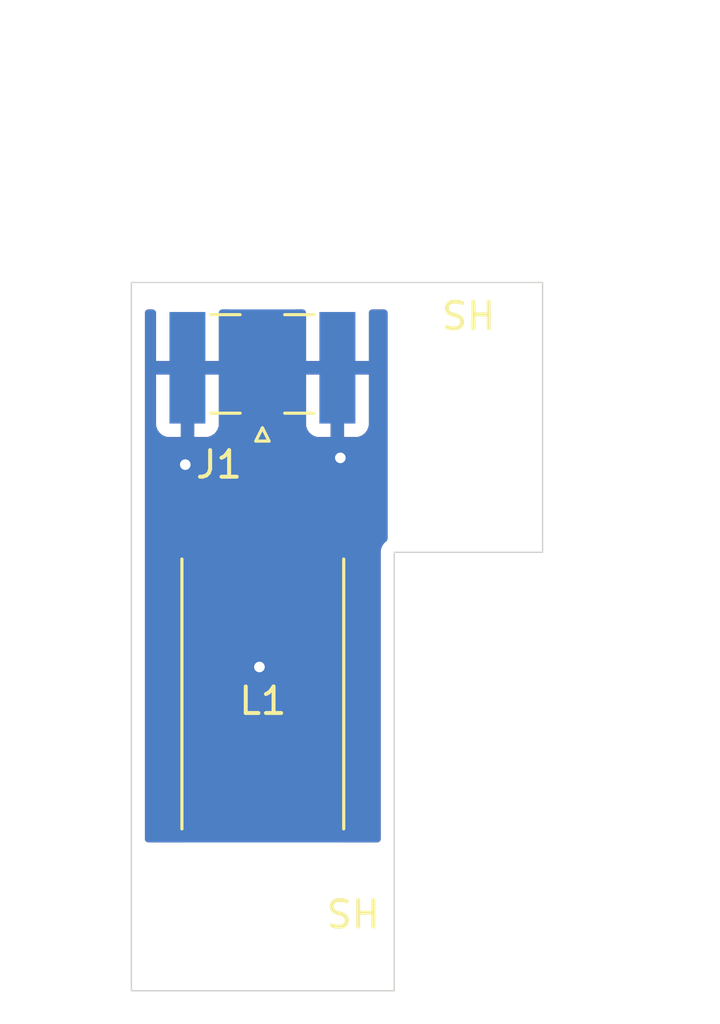
<source format=kicad_pcb>
(kicad_pcb (version 20211014) (generator pcbnew)
  (layers (0 "F.Cu" signal) (31 "B.Cu" signal) (34 "B.Paste" user) (35 "F.Paste" user) (36 "B.SilkS" user "B.Silkscreen") (37 "F.SilkS" user "F.Silkscreen") (38 "B.Mask" user) (39 "F.Mask" user) (44 "Edge.Cuts" user))
  (net 0 "")
  (net 1 "GND")
  (net 2 "Net-(J1-Pad1)")
  (footprint "Connector_Coaxial:SMA_Samtec_SMA-J-P-X-ST-EM1_EdgeMount" (layer "F.Cu") (at 139.05 99.9855 180)
    (fp_text reference "J1" (at 1.636 -3.6465) (layer "F.SilkS"))
    (fp_text value "Conn_Coaxial")
    (fp_line (start -0.25 -2.76) (end 0 -2.26) (layer "F.SilkS") (width 0.12))
    (fp_line (start 0.84 2) (end 1.95 2) (layer "F.SilkS") (width 0.12))
    (fp_line (start -1.95 2) (end -0.84 2) (layer "F.SilkS") (width 0.12))
    (fp_line (start 0.84 -1.71) (end 1.95 -1.71) (layer "F.SilkS") (width 0.12))
    (fp_line (start -1.95 -1.71) (end -0.84 -1.71) (layer "F.SilkS") (width 0.12))
    (fp_line (start 0.25 -2.76) (end -0.25 -2.76) (layer "F.SilkS") (width 0.12))
    (fp_line (start 0 -2.26) (end 0.25 -2.76) (layer "F.SilkS") (width 0.12))
    (pad "1" smd rect (at 0 0.2 180) (size 1.27 3.6) (layers "F.Cu" "F.Paste" "F.Mask") (net 2 "Net-(J1-Pad1)"))
    (pad "2" smd rect (at 2.825 0 180) (size 1.35 4.2) (layers "B.Cu" "B.Paste" "B.Mask") (net 1 "GND"))
    (pad "2" smd rect (at 2.825 0 180) (size 1.35 4.2) (layers "F.Cu" "F.Paste" "F.Mask") (net 1 "GND"))
    (pad "2" smd rect (at -2.825 0 180) (size 1.35 4.2) (layers "B.Cu" "B.Paste" "B.Mask") (net 1 "GND"))
    (pad "2" smd rect (at -2.825 0 180) (size 1.35 4.2) (layers "F.Cu" "F.Paste" "F.Mask") (net 1 "GND"))
  )
  (footprint "L_Coil:L_Coil" (layer "F.Cu") (at 139.065 109.474 180)
    (fp_text reference "L1" (at 0 -3.056) (layer "F.SilkS"))
    (fp_text value "L")
    (fp_line (start 3.048 -7.874) (end 3.048 2.286) (layer "F.SilkS") (width 0.12))
    (fp_line (start -3.048 -7.874) (end -3.048 2.286) (layer "F.SilkS") (width 0.12))
    (pad "1" smd rect locked (at 0 1.016 180) (size 5.08 2.286) (layers "F.Cu" "F.Paste" "F.Mask") (net 2 "Net-(J1-Pad1)"))
    (pad "2" smd rect locked (at 0 -6.604 180) (size 5.08 2.286) (layers "F.Cu" "F.Paste" "F.Mask") (net 1 "GND"))
  )
  (footprint "MountingHole:MountingHole_2.2mm_M2" (layer "F.Cu") (at 139.065 120.65)
    (fp_text reference "SH" (at 3.4036 -0.0762) (layer "F.SilkS"))
    (fp_text value "MountingHole_2.2mm_M2")
    (pad "" np_thru_hole circle (at 0 0) (size 2.2 2.2) (drill 2.2) (layers *.Cu *.Mask))
  )
  (footprint "MountingHole:MountingHole_2.2mm_M2" (layer "F.Cu") (at 146.812 101.346)
    (fp_text reference "SH" (at 0 -3.302) (layer "F.SilkS"))
    (fp_text value "MountingHole_2.2mm_M2")
    (pad "" np_thru_hole circle (at 0 0) (size 2.2 2.2) (drill 2.2) (layers *.Cu *.Mask))
  )
  (gr_line (start 149.606 96.774) (end 149.606 106.426) (layer "Edge.Cuts") (width 0.05))
  (gr_line (start 149.606 106.426) (end 149.606 106.934) (layer "Edge.Cuts") (width 0.05))
  (gr_line (start 144.018 106.934) (end 144.018 123.444) (layer "Edge.Cuts") (width 0.05))
  (gr_line (start 134.112 96.774) (end 149.606 96.774) (layer "Edge.Cuts") (width 0.05))
  (gr_line (start 144.018 123.444) (end 134.112 123.444) (layer "Edge.Cuts") (width 0.05))
  (gr_line (start 149.606 106.934) (end 144.018 106.934) (layer "Edge.Cuts") (width 0.05))
  (gr_line (start 134.112 123.444) (end 134.112 96.774) (layer "Edge.Cuts") (width 0.05))
  (via (at 141.986 103.378) (size 0.8) (drill 0.4) (layers "F.Cu" "B.Cu") (net 1))
  (via (at 136.144 103.632) (size 0.8) (drill 0.4) (layers "F.Cu" "B.Cu") (net 1))
  (via (at 138.938 111.252) (size 0.8) (drill 0.4) (layers "F.Cu" "B.Cu") (net 1))
  (segment (start 139.065 101.473) (end 139.065 108.458) (width 1.044) (layer "F.Cu") (net 2))
  (zone (net 1) (net_name "GND") (layer "F.Cu") (connect_pads (clearance 0.508)) (min_thickness 0.254) (fill yes (thermal_gap 0.508) (thermal_bridge_width 0.508))
    (polygon (pts (xy 143.764 117.856) (xy 134.366 117.856) (xy 134.366 97.79) (xy 143.764 97.79)))
  )
  (zone (net 1) (net_name "GND") (layers F&B.Cu) (connect_pads (clearance 0.508)) (min_thickness 0.254) (fill yes (thermal_gap 0.508) (thermal_bridge_width 0.508))
    (polygon (pts (xy 143.764 117.856) (xy 134.366 117.856) (xy 134.366 97.79) (xy 143.764 97.79)))
  )
  (zone (net 1) (net_name "GND") (layer "B.Cu") (connect_pads (clearance 0.508)) (min_thickness 0.254) (fill yes (thermal_gap 0.508) (thermal_bridge_width 0.508))
    (polygon (pts (xy 143.764 117.856) (xy 134.366 117.856) (xy 134.366 97.79) (xy 143.764 97.79)))
  )
)
</source>
